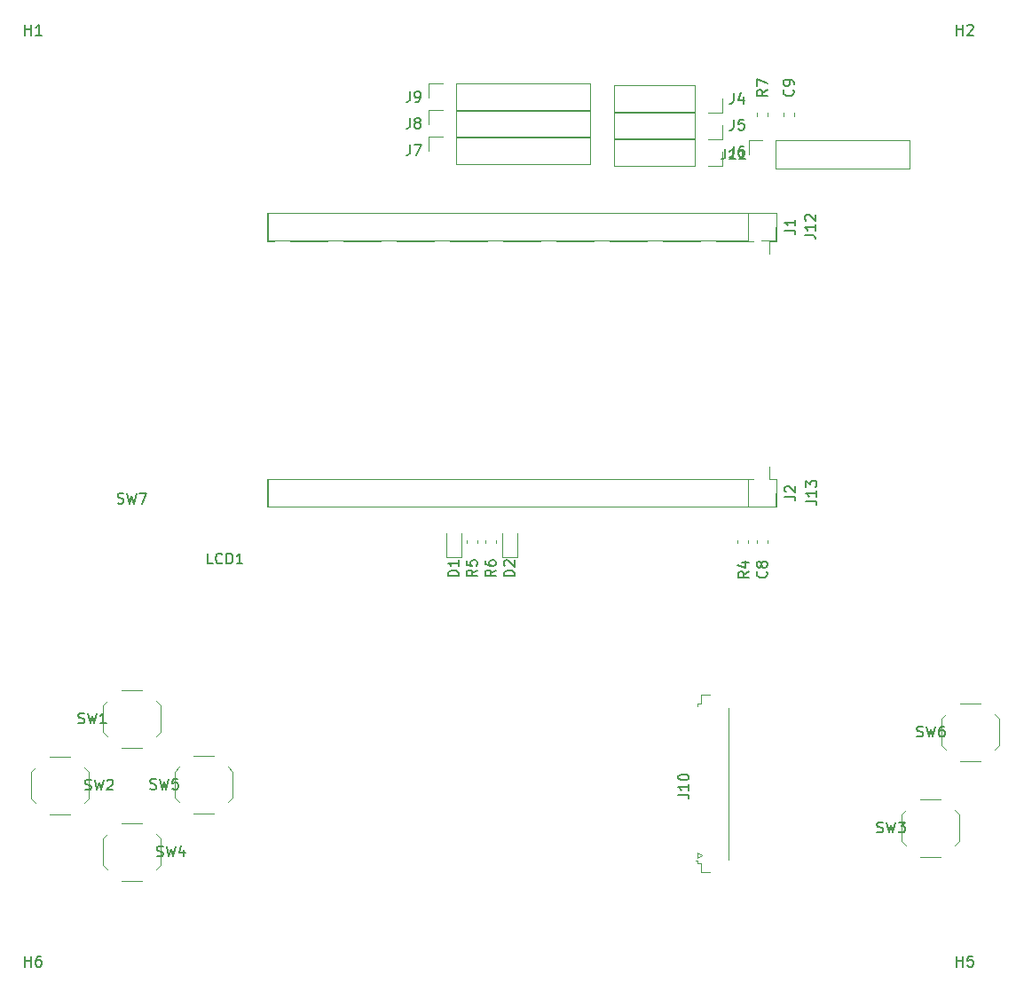
<source format=gbr>
G04 #@! TF.GenerationSoftware,KiCad,Pcbnew,(5.0.1)-3*
G04 #@! TF.CreationDate,2018-10-31T18:48:16+09:00*
G04 #@! TF.ProjectId,badge,62616467652E6B696361645F70636200,rev?*
G04 #@! TF.SameCoordinates,Original*
G04 #@! TF.FileFunction,Legend,Top*
G04 #@! TF.FilePolarity,Positive*
%FSLAX46Y46*%
G04 Gerber Fmt 4.6, Leading zero omitted, Abs format (unit mm)*
G04 Created by KiCad (PCBNEW (5.0.1)-3) date 2018-10-31 오후 6:48:16*
%MOMM*%
%LPD*%
G01*
G04 APERTURE LIST*
%ADD10C,0.120000*%
%ADD11C,0.150000*%
G04 APERTURE END LIST*
D10*
G04 #@! TO.C,J13*
X176939480Y-53380640D02*
X176939480Y-54590640D01*
X129699480Y-54590640D02*
X129029480Y-54590640D01*
X134779480Y-54590640D02*
X131219480Y-54590640D01*
X139859480Y-54590640D02*
X136299480Y-54590640D01*
X144939480Y-54590640D02*
X141379480Y-54590640D01*
X150019480Y-54590640D02*
X146459480Y-54590640D01*
X155099480Y-54590640D02*
X151539480Y-54590640D01*
X160179480Y-54590640D02*
X156619480Y-54590640D01*
X165259480Y-54590640D02*
X161699480Y-54590640D01*
X170339480Y-54590640D02*
X166779480Y-54590640D01*
X175419480Y-54590640D02*
X171859480Y-54590640D01*
X177609480Y-54590640D02*
X176939480Y-54590640D01*
X129029480Y-54590640D02*
X129029480Y-57250640D01*
X132239480Y-57250640D02*
X129029480Y-57250640D01*
X137319480Y-57250640D02*
X133759480Y-57250640D01*
X142399480Y-57250640D02*
X138839480Y-57250640D01*
X147479480Y-57250640D02*
X143919480Y-57250640D01*
X152559480Y-57250640D02*
X148999480Y-57250640D01*
X157639480Y-57250640D02*
X154079480Y-57250640D01*
X162719480Y-57250640D02*
X159159480Y-57250640D01*
X167799480Y-57250640D02*
X164239480Y-57250640D01*
X172879480Y-57250640D02*
X169319480Y-57250640D01*
X177609480Y-57250640D02*
X174399480Y-57250640D01*
X177609480Y-54590640D02*
X177609480Y-57250640D01*
G04 #@! TO.C,J12*
X176939480Y-31877040D02*
X176939480Y-33087040D01*
X132239480Y-29217040D02*
X129029480Y-29217040D01*
X137319480Y-29217040D02*
X133759480Y-29217040D01*
X142399480Y-29217040D02*
X138839480Y-29217040D01*
X147479480Y-29217040D02*
X143919480Y-29217040D01*
X152559480Y-29217040D02*
X148999480Y-29217040D01*
X157639480Y-29217040D02*
X154079480Y-29217040D01*
X162719480Y-29217040D02*
X159159480Y-29217040D01*
X167799480Y-29217040D02*
X164239480Y-29217040D01*
X172879480Y-29217040D02*
X169319480Y-29217040D01*
X177609480Y-29217040D02*
X174399480Y-29217040D01*
X129029480Y-29217040D02*
X129029480Y-31877040D01*
X129699480Y-31877040D02*
X129029480Y-31877040D01*
X134779480Y-31877040D02*
X131219480Y-31877040D01*
X139859480Y-31877040D02*
X136299480Y-31877040D01*
X144939480Y-31877040D02*
X141379480Y-31877040D01*
X150019480Y-31877040D02*
X146459480Y-31877040D01*
X155099480Y-31877040D02*
X151539480Y-31877040D01*
X160179480Y-31877040D02*
X156619480Y-31877040D01*
X165259480Y-31877040D02*
X161699480Y-31877040D01*
X170339480Y-31877040D02*
X166779480Y-31877040D01*
X175419480Y-31877040D02*
X171859480Y-31877040D01*
X177609480Y-31877040D02*
X176939480Y-31877040D01*
X177609480Y-29217040D02*
X177609480Y-31877040D01*
G04 #@! TO.C,C9*
X179326000Y-19623721D02*
X179326000Y-19949279D01*
X178306000Y-19623721D02*
X178306000Y-19949279D01*
G04 #@! TO.C,R7*
X176786000Y-19974779D02*
X176786000Y-19649221D01*
X175766000Y-19974779D02*
X175766000Y-19649221D01*
G04 #@! TO.C,D1*
X147547000Y-62064000D02*
X147547000Y-59779000D01*
X146077000Y-62064000D02*
X147547000Y-62064000D01*
X146077000Y-59779000D02*
X146077000Y-62064000D01*
G04 #@! TO.C,R6*
X149858000Y-60416221D02*
X149858000Y-60741779D01*
X150878000Y-60416221D02*
X150878000Y-60741779D01*
G04 #@! TO.C,D2*
X151411000Y-59779000D02*
X151411000Y-62064000D01*
X151411000Y-62064000D02*
X152881000Y-62064000D01*
X152881000Y-62064000D02*
X152881000Y-59779000D01*
G04 #@! TO.C,R5*
X149100000Y-60416221D02*
X149100000Y-60741779D01*
X148080000Y-60416221D02*
X148080000Y-60741779D01*
G04 #@! TO.C,SW6*
X193338000Y-79990000D02*
X193338000Y-77490000D01*
X195088000Y-81490000D02*
X197088000Y-81490000D01*
X198838000Y-79990000D02*
X198838000Y-77490000D01*
X195088000Y-75990000D02*
X197088000Y-75990000D01*
X193788000Y-80440000D02*
X193338000Y-79990000D01*
X193788000Y-77040000D02*
X193338000Y-77490000D01*
X198388000Y-77040000D02*
X198838000Y-77490000D01*
X198388000Y-80440000D02*
X198838000Y-79990000D01*
G04 #@! TO.C,SW3*
X194578000Y-89584000D02*
X195028000Y-89134000D01*
X194578000Y-86184000D02*
X195028000Y-86634000D01*
X189978000Y-86184000D02*
X189528000Y-86634000D01*
X189978000Y-89584000D02*
X189528000Y-89134000D01*
X191278000Y-85134000D02*
X193278000Y-85134000D01*
X195028000Y-89134000D02*
X195028000Y-86634000D01*
X191278000Y-90634000D02*
X193278000Y-90634000D01*
X189528000Y-89134000D02*
X189528000Y-86634000D01*
G04 #@! TO.C,J11*
X177546000Y-24952000D02*
X177546000Y-22292000D01*
X177546000Y-24952000D02*
X190306000Y-24952000D01*
X190306000Y-24952000D02*
X190306000Y-22292000D01*
X177546000Y-22292000D02*
X190306000Y-22292000D01*
X174946000Y-22292000D02*
X176276000Y-22292000D01*
X174946000Y-23622000D02*
X174946000Y-22292000D01*
G04 #@! TO.C,SW4*
X118828000Y-88920000D02*
X118828000Y-91420000D01*
X117078000Y-87420000D02*
X115078000Y-87420000D01*
X113328000Y-88920000D02*
X113328000Y-91420000D01*
X117078000Y-92920000D02*
X115078000Y-92920000D01*
X118378000Y-88470000D02*
X118828000Y-88920000D01*
X118378000Y-91870000D02*
X118828000Y-91420000D01*
X113778000Y-91870000D02*
X113328000Y-91420000D01*
X113778000Y-88470000D02*
X113328000Y-88920000D01*
G04 #@! TO.C,J1*
X174901893Y-29194875D02*
X174901893Y-31854875D01*
X174901893Y-29194875D02*
X129121893Y-29194875D01*
X129121893Y-29194875D02*
X129121893Y-31854875D01*
X174901893Y-31854875D02*
X129121893Y-31854875D01*
X177501893Y-31854875D02*
X176171893Y-31854875D01*
X177501893Y-30524875D02*
X177501893Y-31854875D01*
G04 #@! TO.C,J4*
X169821893Y-16973040D02*
X169821893Y-19633040D01*
X169821893Y-16973040D02*
X162141893Y-16973040D01*
X162141893Y-16973040D02*
X162141893Y-19633040D01*
X169821893Y-19633040D02*
X162141893Y-19633040D01*
X172421893Y-19633040D02*
X171091893Y-19633040D01*
X172421893Y-18303040D02*
X172421893Y-19633040D01*
G04 #@! TO.C,J6*
X172421893Y-23383040D02*
X172421893Y-24713040D01*
X172421893Y-24713040D02*
X171091893Y-24713040D01*
X169821893Y-24713040D02*
X162141893Y-24713040D01*
X162141893Y-22053040D02*
X162141893Y-24713040D01*
X169821893Y-22053040D02*
X162141893Y-22053040D01*
X169821893Y-22053040D02*
X169821893Y-24713040D01*
G04 #@! TO.C,J8*
X144420516Y-20704346D02*
X144420516Y-19374346D01*
X144420516Y-19374346D02*
X145750516Y-19374346D01*
X147020516Y-19374346D02*
X159780516Y-19374346D01*
X159780516Y-22034346D02*
X159780516Y-19374346D01*
X147020516Y-22034346D02*
X159780516Y-22034346D01*
X147020516Y-22034346D02*
X147020516Y-19374346D01*
G04 #@! TO.C,J9*
X147020516Y-19494346D02*
X147020516Y-16834346D01*
X147020516Y-19494346D02*
X159780516Y-19494346D01*
X159780516Y-19494346D02*
X159780516Y-16834346D01*
X147020516Y-16834346D02*
X159780516Y-16834346D01*
X144420516Y-16834346D02*
X145750516Y-16834346D01*
X144420516Y-18164346D02*
X144420516Y-16834346D01*
G04 #@! TO.C,J7*
X147020516Y-24574346D02*
X147020516Y-21914346D01*
X147020516Y-24574346D02*
X159780516Y-24574346D01*
X159780516Y-24574346D02*
X159780516Y-21914346D01*
X147020516Y-21914346D02*
X159780516Y-21914346D01*
X144420516Y-21914346D02*
X145750516Y-21914346D01*
X144420516Y-23244346D02*
X144420516Y-21914346D01*
G04 #@! TO.C,J5*
X172421893Y-20843040D02*
X172421893Y-22173040D01*
X172421893Y-22173040D02*
X171091893Y-22173040D01*
X169821893Y-22173040D02*
X162141893Y-22173040D01*
X162141893Y-19513040D02*
X162141893Y-22173040D01*
X169821893Y-19513040D02*
X162141893Y-19513040D01*
X169821893Y-19513040D02*
X169821893Y-22173040D01*
G04 #@! TO.C,J2*
X177501893Y-55924875D02*
X177501893Y-57254875D01*
X177501893Y-57254875D02*
X176171893Y-57254875D01*
X174901893Y-57254875D02*
X129121893Y-57254875D01*
X129121893Y-54594875D02*
X129121893Y-57254875D01*
X174901893Y-54594875D02*
X129121893Y-54594875D01*
X174901893Y-54594875D02*
X174901893Y-57254875D01*
G04 #@! TO.C,J10*
X171274000Y-92110000D02*
X170374000Y-92110000D01*
X170450000Y-90500000D02*
X170096447Y-90250000D01*
X170374000Y-76064000D02*
X170074000Y-76064000D01*
X171274000Y-75214000D02*
X170374000Y-75214000D01*
X170074000Y-91260000D02*
X170074000Y-91010000D01*
X170096447Y-90750000D02*
X170450000Y-90500000D01*
X170074000Y-91010000D02*
X169934000Y-91010000D01*
X170374000Y-92110000D02*
X170374000Y-91260000D01*
X170374000Y-75214000D02*
X170374000Y-76064000D01*
X170096447Y-90250000D02*
X170096447Y-90750000D01*
X170074000Y-76064000D02*
X170074000Y-76314000D01*
X170374000Y-91260000D02*
X170074000Y-91260000D01*
X172994000Y-90940000D02*
X172994000Y-76460000D01*
G04 #@! TO.C,C8*
X175766000Y-60741779D02*
X175766000Y-60416221D01*
X176786000Y-60741779D02*
X176786000Y-60416221D01*
G04 #@! TO.C,R4*
X173861000Y-60741779D02*
X173861000Y-60416221D01*
X174881000Y-60741779D02*
X174881000Y-60416221D01*
G04 #@! TO.C,SW5*
X125236000Y-85456500D02*
X125686000Y-85006500D01*
X125236000Y-82056500D02*
X125686000Y-82506500D01*
X120636000Y-82056500D02*
X120186000Y-82506500D01*
X120636000Y-85456500D02*
X120186000Y-85006500D01*
X121936000Y-81006500D02*
X123936000Y-81006500D01*
X125686000Y-85006500D02*
X125686000Y-82506500D01*
X121936000Y-86506500D02*
X123936000Y-86506500D01*
X120186000Y-85006500D02*
X120186000Y-82506500D01*
G04 #@! TO.C,SW2*
X111970000Y-82570000D02*
X111970000Y-85070000D01*
X110220000Y-81070000D02*
X108220000Y-81070000D01*
X106470000Y-82570000D02*
X106470000Y-85070000D01*
X110220000Y-86570000D02*
X108220000Y-86570000D01*
X111520000Y-82120000D02*
X111970000Y-82570000D01*
X111520000Y-85520000D02*
X111970000Y-85070000D01*
X106920000Y-85520000D02*
X106470000Y-85070000D01*
X106920000Y-82120000D02*
X106470000Y-82570000D01*
G04 #@! TO.C,SW1*
X118378000Y-79170000D02*
X118828000Y-78720000D01*
X118378000Y-75770000D02*
X118828000Y-76220000D01*
X113778000Y-75770000D02*
X113328000Y-76220000D01*
X113778000Y-79170000D02*
X113328000Y-78720000D01*
X115078000Y-74720000D02*
X117078000Y-74720000D01*
X118828000Y-78720000D02*
X118828000Y-76220000D01*
X115078000Y-80220000D02*
X117078000Y-80220000D01*
X113328000Y-78720000D02*
X113328000Y-76220000D01*
G04 #@! TO.C,J13*
D11*
X180435000Y-56704763D02*
X181149286Y-56704763D01*
X181292143Y-56752382D01*
X181387381Y-56847620D01*
X181435000Y-56990478D01*
X181435000Y-57085716D01*
X181435000Y-55704763D02*
X181435000Y-56276192D01*
X181435000Y-55990478D02*
X180435000Y-55990478D01*
X180577858Y-56085716D01*
X180673096Y-56180954D01*
X180720715Y-56276192D01*
X180435000Y-55371430D02*
X180435000Y-54752382D01*
X180815953Y-55085716D01*
X180815953Y-54942859D01*
X180863572Y-54847620D01*
X180911191Y-54800001D01*
X181006429Y-54752382D01*
X181244524Y-54752382D01*
X181339762Y-54800001D01*
X181387381Y-54847620D01*
X181435000Y-54942859D01*
X181435000Y-55228573D01*
X181387381Y-55323811D01*
X181339762Y-55371430D01*
G04 #@! TO.C,J12*
X180310540Y-31309843D02*
X181024826Y-31309843D01*
X181167683Y-31357462D01*
X181262921Y-31452700D01*
X181310540Y-31595558D01*
X181310540Y-31690796D01*
X181310540Y-30309843D02*
X181310540Y-30881272D01*
X181310540Y-30595558D02*
X180310540Y-30595558D01*
X180453398Y-30690796D01*
X180548636Y-30786034D01*
X180596255Y-30881272D01*
X180405779Y-29928891D02*
X180358160Y-29881272D01*
X180310540Y-29786034D01*
X180310540Y-29547939D01*
X180358160Y-29452700D01*
X180405779Y-29405081D01*
X180501017Y-29357462D01*
X180596255Y-29357462D01*
X180739112Y-29405081D01*
X181310540Y-29976510D01*
X181310540Y-29357462D01*
G04 #@! TO.C,SW7*
X114752666Y-56888761D02*
X114895523Y-56936380D01*
X115133619Y-56936380D01*
X115228857Y-56888761D01*
X115276476Y-56841142D01*
X115324095Y-56745904D01*
X115324095Y-56650666D01*
X115276476Y-56555428D01*
X115228857Y-56507809D01*
X115133619Y-56460190D01*
X114943142Y-56412571D01*
X114847904Y-56364952D01*
X114800285Y-56317333D01*
X114752666Y-56222095D01*
X114752666Y-56126857D01*
X114800285Y-56031619D01*
X114847904Y-55984000D01*
X114943142Y-55936380D01*
X115181238Y-55936380D01*
X115324095Y-55984000D01*
X115657428Y-55936380D02*
X115895523Y-56936380D01*
X116086000Y-56222095D01*
X116276476Y-56936380D01*
X116514571Y-55936380D01*
X116800285Y-55936380D02*
X117466952Y-55936380D01*
X117038380Y-56936380D01*
G04 #@! TO.C,C9*
X179173142Y-17438666D02*
X179220761Y-17486285D01*
X179268380Y-17629142D01*
X179268380Y-17724380D01*
X179220761Y-17867238D01*
X179125523Y-17962476D01*
X179030285Y-18010095D01*
X178839809Y-18057714D01*
X178696952Y-18057714D01*
X178506476Y-18010095D01*
X178411238Y-17962476D01*
X178316000Y-17867238D01*
X178268380Y-17724380D01*
X178268380Y-17629142D01*
X178316000Y-17486285D01*
X178363619Y-17438666D01*
X179268380Y-16962476D02*
X179268380Y-16772000D01*
X179220761Y-16676761D01*
X179173142Y-16629142D01*
X179030285Y-16533904D01*
X178839809Y-16486285D01*
X178458857Y-16486285D01*
X178363619Y-16533904D01*
X178316000Y-16581523D01*
X178268380Y-16676761D01*
X178268380Y-16867238D01*
X178316000Y-16962476D01*
X178363619Y-17010095D01*
X178458857Y-17057714D01*
X178696952Y-17057714D01*
X178792190Y-17010095D01*
X178839809Y-16962476D01*
X178887428Y-16867238D01*
X178887428Y-16676761D01*
X178839809Y-16581523D01*
X178792190Y-16533904D01*
X178696952Y-16486285D01*
G04 #@! TO.C,R7*
X176728380Y-17438666D02*
X176252190Y-17772000D01*
X176728380Y-18010095D02*
X175728380Y-18010095D01*
X175728380Y-17629142D01*
X175776000Y-17533904D01*
X175823619Y-17486285D01*
X175918857Y-17438666D01*
X176061714Y-17438666D01*
X176156952Y-17486285D01*
X176204571Y-17533904D01*
X176252190Y-17629142D01*
X176252190Y-18010095D01*
X175728380Y-17105333D02*
X175728380Y-16438666D01*
X176728380Y-16867238D01*
G04 #@! TO.C,D1*
X147264380Y-63857095D02*
X146264380Y-63857095D01*
X146264380Y-63619000D01*
X146312000Y-63476142D01*
X146407238Y-63380904D01*
X146502476Y-63333285D01*
X146692952Y-63285666D01*
X146835809Y-63285666D01*
X147026285Y-63333285D01*
X147121523Y-63380904D01*
X147216761Y-63476142D01*
X147264380Y-63619000D01*
X147264380Y-63857095D01*
X147264380Y-62333285D02*
X147264380Y-62904714D01*
X147264380Y-62619000D02*
X146264380Y-62619000D01*
X146407238Y-62714238D01*
X146502476Y-62809476D01*
X146550095Y-62904714D01*
G04 #@! TO.C,R6*
X150820380Y-63285666D02*
X150344190Y-63619000D01*
X150820380Y-63857095D02*
X149820380Y-63857095D01*
X149820380Y-63476142D01*
X149868000Y-63380904D01*
X149915619Y-63333285D01*
X150010857Y-63285666D01*
X150153714Y-63285666D01*
X150248952Y-63333285D01*
X150296571Y-63380904D01*
X150344190Y-63476142D01*
X150344190Y-63857095D01*
X149820380Y-62428523D02*
X149820380Y-62619000D01*
X149868000Y-62714238D01*
X149915619Y-62761857D01*
X150058476Y-62857095D01*
X150248952Y-62904714D01*
X150629904Y-62904714D01*
X150725142Y-62857095D01*
X150772761Y-62809476D01*
X150820380Y-62714238D01*
X150820380Y-62523761D01*
X150772761Y-62428523D01*
X150725142Y-62380904D01*
X150629904Y-62333285D01*
X150391809Y-62333285D01*
X150296571Y-62380904D01*
X150248952Y-62428523D01*
X150201333Y-62523761D01*
X150201333Y-62714238D01*
X150248952Y-62809476D01*
X150296571Y-62857095D01*
X150391809Y-62904714D01*
G04 #@! TO.C,D2*
X152598380Y-63857095D02*
X151598380Y-63857095D01*
X151598380Y-63619000D01*
X151646000Y-63476142D01*
X151741238Y-63380904D01*
X151836476Y-63333285D01*
X152026952Y-63285666D01*
X152169809Y-63285666D01*
X152360285Y-63333285D01*
X152455523Y-63380904D01*
X152550761Y-63476142D01*
X152598380Y-63619000D01*
X152598380Y-63857095D01*
X151693619Y-62904714D02*
X151646000Y-62857095D01*
X151598380Y-62761857D01*
X151598380Y-62523761D01*
X151646000Y-62428523D01*
X151693619Y-62380904D01*
X151788857Y-62333285D01*
X151884095Y-62333285D01*
X152026952Y-62380904D01*
X152598380Y-62952333D01*
X152598380Y-62333285D01*
G04 #@! TO.C,R5*
X149042380Y-63285666D02*
X148566190Y-63619000D01*
X149042380Y-63857095D02*
X148042380Y-63857095D01*
X148042380Y-63476142D01*
X148090000Y-63380904D01*
X148137619Y-63333285D01*
X148232857Y-63285666D01*
X148375714Y-63285666D01*
X148470952Y-63333285D01*
X148518571Y-63380904D01*
X148566190Y-63476142D01*
X148566190Y-63857095D01*
X148042380Y-62380904D02*
X148042380Y-62857095D01*
X148518571Y-62904714D01*
X148470952Y-62857095D01*
X148423333Y-62761857D01*
X148423333Y-62523761D01*
X148470952Y-62428523D01*
X148518571Y-62380904D01*
X148613809Y-62333285D01*
X148851904Y-62333285D01*
X148947142Y-62380904D01*
X148994761Y-62428523D01*
X149042380Y-62523761D01*
X149042380Y-62761857D01*
X148994761Y-62857095D01*
X148947142Y-62904714D01*
G04 #@! TO.C,SW6*
X191004666Y-79144761D02*
X191147523Y-79192380D01*
X191385619Y-79192380D01*
X191480857Y-79144761D01*
X191528476Y-79097142D01*
X191576095Y-79001904D01*
X191576095Y-78906666D01*
X191528476Y-78811428D01*
X191480857Y-78763809D01*
X191385619Y-78716190D01*
X191195142Y-78668571D01*
X191099904Y-78620952D01*
X191052285Y-78573333D01*
X191004666Y-78478095D01*
X191004666Y-78382857D01*
X191052285Y-78287619D01*
X191099904Y-78240000D01*
X191195142Y-78192380D01*
X191433238Y-78192380D01*
X191576095Y-78240000D01*
X191909428Y-78192380D02*
X192147523Y-79192380D01*
X192338000Y-78478095D01*
X192528476Y-79192380D01*
X192766571Y-78192380D01*
X193576095Y-78192380D02*
X193385619Y-78192380D01*
X193290380Y-78240000D01*
X193242761Y-78287619D01*
X193147523Y-78430476D01*
X193099904Y-78620952D01*
X193099904Y-79001904D01*
X193147523Y-79097142D01*
X193195142Y-79144761D01*
X193290380Y-79192380D01*
X193480857Y-79192380D01*
X193576095Y-79144761D01*
X193623714Y-79097142D01*
X193671333Y-79001904D01*
X193671333Y-78763809D01*
X193623714Y-78668571D01*
X193576095Y-78620952D01*
X193480857Y-78573333D01*
X193290380Y-78573333D01*
X193195142Y-78620952D01*
X193147523Y-78668571D01*
X193099904Y-78763809D01*
G04 #@! TO.C,SW3*
X187194666Y-88288761D02*
X187337523Y-88336380D01*
X187575619Y-88336380D01*
X187670857Y-88288761D01*
X187718476Y-88241142D01*
X187766095Y-88145904D01*
X187766095Y-88050666D01*
X187718476Y-87955428D01*
X187670857Y-87907809D01*
X187575619Y-87860190D01*
X187385142Y-87812571D01*
X187289904Y-87764952D01*
X187242285Y-87717333D01*
X187194666Y-87622095D01*
X187194666Y-87526857D01*
X187242285Y-87431619D01*
X187289904Y-87384000D01*
X187385142Y-87336380D01*
X187623238Y-87336380D01*
X187766095Y-87384000D01*
X188099428Y-87336380D02*
X188337523Y-88336380D01*
X188528000Y-87622095D01*
X188718476Y-88336380D01*
X188956571Y-87336380D01*
X189242285Y-87336380D02*
X189861333Y-87336380D01*
X189528000Y-87717333D01*
X189670857Y-87717333D01*
X189766095Y-87764952D01*
X189813714Y-87812571D01*
X189861333Y-87907809D01*
X189861333Y-88145904D01*
X189813714Y-88241142D01*
X189766095Y-88288761D01*
X189670857Y-88336380D01*
X189385142Y-88336380D01*
X189289904Y-88288761D01*
X189242285Y-88241142D01*
G04 #@! TO.C,J11*
X172696476Y-23074380D02*
X172696476Y-23788666D01*
X172648857Y-23931523D01*
X172553619Y-24026761D01*
X172410761Y-24074380D01*
X172315523Y-24074380D01*
X173696476Y-24074380D02*
X173125047Y-24074380D01*
X173410761Y-24074380D02*
X173410761Y-23074380D01*
X173315523Y-23217238D01*
X173220285Y-23312476D01*
X173125047Y-23360095D01*
X174648857Y-24074380D02*
X174077428Y-24074380D01*
X174363142Y-24074380D02*
X174363142Y-23074380D01*
X174267904Y-23217238D01*
X174172666Y-23312476D01*
X174077428Y-23360095D01*
G04 #@! TO.C,H6*
X105918095Y-101132380D02*
X105918095Y-100132380D01*
X105918095Y-100608571D02*
X106489523Y-100608571D01*
X106489523Y-101132380D02*
X106489523Y-100132380D01*
X107394285Y-100132380D02*
X107203809Y-100132380D01*
X107108571Y-100180000D01*
X107060952Y-100227619D01*
X106965714Y-100370476D01*
X106918095Y-100560952D01*
X106918095Y-100941904D01*
X106965714Y-101037142D01*
X107013333Y-101084761D01*
X107108571Y-101132380D01*
X107299047Y-101132380D01*
X107394285Y-101084761D01*
X107441904Y-101037142D01*
X107489523Y-100941904D01*
X107489523Y-100703809D01*
X107441904Y-100608571D01*
X107394285Y-100560952D01*
X107299047Y-100513333D01*
X107108571Y-100513333D01*
X107013333Y-100560952D01*
X106965714Y-100608571D01*
X106918095Y-100703809D01*
G04 #@! TO.C,H5*
X194818095Y-101132380D02*
X194818095Y-100132380D01*
X194818095Y-100608571D02*
X195389523Y-100608571D01*
X195389523Y-101132380D02*
X195389523Y-100132380D01*
X196341904Y-100132380D02*
X195865714Y-100132380D01*
X195818095Y-100608571D01*
X195865714Y-100560952D01*
X195960952Y-100513333D01*
X196199047Y-100513333D01*
X196294285Y-100560952D01*
X196341904Y-100608571D01*
X196389523Y-100703809D01*
X196389523Y-100941904D01*
X196341904Y-101037142D01*
X196294285Y-101084761D01*
X196199047Y-101132380D01*
X195960952Y-101132380D01*
X195865714Y-101084761D01*
X195818095Y-101037142D01*
G04 #@! TO.C,H2*
X194818095Y-12232380D02*
X194818095Y-11232380D01*
X194818095Y-11708571D02*
X195389523Y-11708571D01*
X195389523Y-12232380D02*
X195389523Y-11232380D01*
X195818095Y-11327619D02*
X195865714Y-11280000D01*
X195960952Y-11232380D01*
X196199047Y-11232380D01*
X196294285Y-11280000D01*
X196341904Y-11327619D01*
X196389523Y-11422857D01*
X196389523Y-11518095D01*
X196341904Y-11660952D01*
X195770476Y-12232380D01*
X196389523Y-12232380D01*
G04 #@! TO.C,H1*
X105918095Y-12232380D02*
X105918095Y-11232380D01*
X105918095Y-11708571D02*
X106489523Y-11708571D01*
X106489523Y-12232380D02*
X106489523Y-11232380D01*
X107489523Y-12232380D02*
X106918095Y-12232380D01*
X107203809Y-12232380D02*
X107203809Y-11232380D01*
X107108571Y-11375238D01*
X107013333Y-11470476D01*
X106918095Y-11518095D01*
G04 #@! TO.C,LCD1*
X123801333Y-62682380D02*
X123325142Y-62682380D01*
X123325142Y-61682380D01*
X124706095Y-62587142D02*
X124658476Y-62634761D01*
X124515619Y-62682380D01*
X124420380Y-62682380D01*
X124277523Y-62634761D01*
X124182285Y-62539523D01*
X124134666Y-62444285D01*
X124087047Y-62253809D01*
X124087047Y-62110952D01*
X124134666Y-61920476D01*
X124182285Y-61825238D01*
X124277523Y-61730000D01*
X124420380Y-61682380D01*
X124515619Y-61682380D01*
X124658476Y-61730000D01*
X124706095Y-61777619D01*
X125134666Y-62682380D02*
X125134666Y-61682380D01*
X125372761Y-61682380D01*
X125515619Y-61730000D01*
X125610857Y-61825238D01*
X125658476Y-61920476D01*
X125706095Y-62110952D01*
X125706095Y-62253809D01*
X125658476Y-62444285D01*
X125610857Y-62539523D01*
X125515619Y-62634761D01*
X125372761Y-62682380D01*
X125134666Y-62682380D01*
X126658476Y-62682380D02*
X126087047Y-62682380D01*
X126372761Y-62682380D02*
X126372761Y-61682380D01*
X126277523Y-61825238D01*
X126182285Y-61920476D01*
X126087047Y-61968095D01*
G04 #@! TO.C,SW4*
X118494666Y-90574761D02*
X118637523Y-90622380D01*
X118875619Y-90622380D01*
X118970857Y-90574761D01*
X119018476Y-90527142D01*
X119066095Y-90431904D01*
X119066095Y-90336666D01*
X119018476Y-90241428D01*
X118970857Y-90193809D01*
X118875619Y-90146190D01*
X118685142Y-90098571D01*
X118589904Y-90050952D01*
X118542285Y-90003333D01*
X118494666Y-89908095D01*
X118494666Y-89812857D01*
X118542285Y-89717619D01*
X118589904Y-89670000D01*
X118685142Y-89622380D01*
X118923238Y-89622380D01*
X119066095Y-89670000D01*
X119399428Y-89622380D02*
X119637523Y-90622380D01*
X119828000Y-89908095D01*
X120018476Y-90622380D01*
X120256571Y-89622380D01*
X121066095Y-89955714D02*
X121066095Y-90622380D01*
X120828000Y-89574761D02*
X120589904Y-90289047D01*
X121208952Y-90289047D01*
G04 #@! TO.C,J1*
X178394273Y-30858208D02*
X179108559Y-30858208D01*
X179251416Y-30905827D01*
X179346654Y-31001065D01*
X179394273Y-31143922D01*
X179394273Y-31239160D01*
X179394273Y-29858208D02*
X179394273Y-30429636D01*
X179394273Y-30143922D02*
X178394273Y-30143922D01*
X178537131Y-30239160D01*
X178632369Y-30334398D01*
X178679988Y-30429636D01*
G04 #@! TO.C,J4*
X173528559Y-17755420D02*
X173528559Y-18469706D01*
X173480940Y-18612563D01*
X173385702Y-18707801D01*
X173242845Y-18755420D01*
X173147607Y-18755420D01*
X174433321Y-18088754D02*
X174433321Y-18755420D01*
X174195226Y-17707801D02*
X173957131Y-18422087D01*
X174576178Y-18422087D01*
G04 #@! TO.C,J6*
X173528559Y-22835420D02*
X173528559Y-23549706D01*
X173480940Y-23692563D01*
X173385702Y-23787801D01*
X173242845Y-23835420D01*
X173147607Y-23835420D01*
X174433321Y-22835420D02*
X174242845Y-22835420D01*
X174147607Y-22883040D01*
X174099988Y-22930659D01*
X174004750Y-23073516D01*
X173957131Y-23263992D01*
X173957131Y-23644944D01*
X174004750Y-23740182D01*
X174052369Y-23787801D01*
X174147607Y-23835420D01*
X174338083Y-23835420D01*
X174433321Y-23787801D01*
X174480940Y-23740182D01*
X174528559Y-23644944D01*
X174528559Y-23406849D01*
X174480940Y-23311611D01*
X174433321Y-23263992D01*
X174338083Y-23216373D01*
X174147607Y-23216373D01*
X174052369Y-23263992D01*
X174004750Y-23311611D01*
X173957131Y-23406849D01*
G04 #@! TO.C,J8*
X142647182Y-20156726D02*
X142647182Y-20871012D01*
X142599563Y-21013869D01*
X142504325Y-21109107D01*
X142361468Y-21156726D01*
X142266230Y-21156726D01*
X143266230Y-20585298D02*
X143170992Y-20537679D01*
X143123373Y-20490060D01*
X143075754Y-20394822D01*
X143075754Y-20347203D01*
X143123373Y-20251965D01*
X143170992Y-20204346D01*
X143266230Y-20156726D01*
X143456706Y-20156726D01*
X143551944Y-20204346D01*
X143599563Y-20251965D01*
X143647182Y-20347203D01*
X143647182Y-20394822D01*
X143599563Y-20490060D01*
X143551944Y-20537679D01*
X143456706Y-20585298D01*
X143266230Y-20585298D01*
X143170992Y-20632917D01*
X143123373Y-20680536D01*
X143075754Y-20775774D01*
X143075754Y-20966250D01*
X143123373Y-21061488D01*
X143170992Y-21109107D01*
X143266230Y-21156726D01*
X143456706Y-21156726D01*
X143551944Y-21109107D01*
X143599563Y-21061488D01*
X143647182Y-20966250D01*
X143647182Y-20775774D01*
X143599563Y-20680536D01*
X143551944Y-20632917D01*
X143456706Y-20585298D01*
G04 #@! TO.C,J9*
X142647182Y-17616726D02*
X142647182Y-18331012D01*
X142599563Y-18473869D01*
X142504325Y-18569107D01*
X142361468Y-18616726D01*
X142266230Y-18616726D01*
X143170992Y-18616726D02*
X143361468Y-18616726D01*
X143456706Y-18569107D01*
X143504325Y-18521488D01*
X143599563Y-18378631D01*
X143647182Y-18188155D01*
X143647182Y-17807203D01*
X143599563Y-17711965D01*
X143551944Y-17664346D01*
X143456706Y-17616726D01*
X143266230Y-17616726D01*
X143170992Y-17664346D01*
X143123373Y-17711965D01*
X143075754Y-17807203D01*
X143075754Y-18045298D01*
X143123373Y-18140536D01*
X143170992Y-18188155D01*
X143266230Y-18235774D01*
X143456706Y-18235774D01*
X143551944Y-18188155D01*
X143599563Y-18140536D01*
X143647182Y-18045298D01*
G04 #@! TO.C,J7*
X142647182Y-22696726D02*
X142647182Y-23411012D01*
X142599563Y-23553869D01*
X142504325Y-23649107D01*
X142361468Y-23696726D01*
X142266230Y-23696726D01*
X143028135Y-22696726D02*
X143694801Y-22696726D01*
X143266230Y-23696726D01*
G04 #@! TO.C,J5*
X173528559Y-20295420D02*
X173528559Y-21009706D01*
X173480940Y-21152563D01*
X173385702Y-21247801D01*
X173242845Y-21295420D01*
X173147607Y-21295420D01*
X174480940Y-20295420D02*
X174004750Y-20295420D01*
X173957131Y-20771611D01*
X174004750Y-20723992D01*
X174099988Y-20676373D01*
X174338083Y-20676373D01*
X174433321Y-20723992D01*
X174480940Y-20771611D01*
X174528559Y-20866849D01*
X174528559Y-21104944D01*
X174480940Y-21200182D01*
X174433321Y-21247801D01*
X174338083Y-21295420D01*
X174099988Y-21295420D01*
X174004750Y-21247801D01*
X173957131Y-21200182D01*
G04 #@! TO.C,J2*
X178394273Y-56258208D02*
X179108559Y-56258208D01*
X179251416Y-56305827D01*
X179346654Y-56401065D01*
X179394273Y-56543922D01*
X179394273Y-56639160D01*
X178489512Y-55829636D02*
X178441893Y-55782017D01*
X178394273Y-55686779D01*
X178394273Y-55448684D01*
X178441893Y-55353446D01*
X178489512Y-55305827D01*
X178584750Y-55258208D01*
X178679988Y-55258208D01*
X178822845Y-55305827D01*
X179394273Y-55877255D01*
X179394273Y-55258208D01*
G04 #@! TO.C,J10*
X168242380Y-84725523D02*
X168956666Y-84725523D01*
X169099523Y-84773142D01*
X169194761Y-84868380D01*
X169242380Y-85011238D01*
X169242380Y-85106476D01*
X169242380Y-83725523D02*
X169242380Y-84296952D01*
X169242380Y-84011238D02*
X168242380Y-84011238D01*
X168385238Y-84106476D01*
X168480476Y-84201714D01*
X168528095Y-84296952D01*
X168242380Y-83106476D02*
X168242380Y-83011238D01*
X168290000Y-82916000D01*
X168337619Y-82868380D01*
X168432857Y-82820761D01*
X168623333Y-82773142D01*
X168861428Y-82773142D01*
X169051904Y-82820761D01*
X169147142Y-82868380D01*
X169194761Y-82916000D01*
X169242380Y-83011238D01*
X169242380Y-83106476D01*
X169194761Y-83201714D01*
X169147142Y-83249333D01*
X169051904Y-83296952D01*
X168861428Y-83344571D01*
X168623333Y-83344571D01*
X168432857Y-83296952D01*
X168337619Y-83249333D01*
X168290000Y-83201714D01*
X168242380Y-83106476D01*
G04 #@! TO.C,C8*
X176633142Y-63412666D02*
X176680761Y-63460285D01*
X176728380Y-63603142D01*
X176728380Y-63698380D01*
X176680761Y-63841238D01*
X176585523Y-63936476D01*
X176490285Y-63984095D01*
X176299809Y-64031714D01*
X176156952Y-64031714D01*
X175966476Y-63984095D01*
X175871238Y-63936476D01*
X175776000Y-63841238D01*
X175728380Y-63698380D01*
X175728380Y-63603142D01*
X175776000Y-63460285D01*
X175823619Y-63412666D01*
X176156952Y-62841238D02*
X176109333Y-62936476D01*
X176061714Y-62984095D01*
X175966476Y-63031714D01*
X175918857Y-63031714D01*
X175823619Y-62984095D01*
X175776000Y-62936476D01*
X175728380Y-62841238D01*
X175728380Y-62650761D01*
X175776000Y-62555523D01*
X175823619Y-62507904D01*
X175918857Y-62460285D01*
X175966476Y-62460285D01*
X176061714Y-62507904D01*
X176109333Y-62555523D01*
X176156952Y-62650761D01*
X176156952Y-62841238D01*
X176204571Y-62936476D01*
X176252190Y-62984095D01*
X176347428Y-63031714D01*
X176537904Y-63031714D01*
X176633142Y-62984095D01*
X176680761Y-62936476D01*
X176728380Y-62841238D01*
X176728380Y-62650761D01*
X176680761Y-62555523D01*
X176633142Y-62507904D01*
X176537904Y-62460285D01*
X176347428Y-62460285D01*
X176252190Y-62507904D01*
X176204571Y-62555523D01*
X176156952Y-62650761D01*
G04 #@! TO.C,R4*
X174950380Y-63412666D02*
X174474190Y-63746000D01*
X174950380Y-63984095D02*
X173950380Y-63984095D01*
X173950380Y-63603142D01*
X173998000Y-63507904D01*
X174045619Y-63460285D01*
X174140857Y-63412666D01*
X174283714Y-63412666D01*
X174378952Y-63460285D01*
X174426571Y-63507904D01*
X174474190Y-63603142D01*
X174474190Y-63984095D01*
X174283714Y-62555523D02*
X174950380Y-62555523D01*
X173902761Y-62793619D02*
X174617047Y-63031714D01*
X174617047Y-62412666D01*
G04 #@! TO.C,SW5*
X117852666Y-84161261D02*
X117995523Y-84208880D01*
X118233619Y-84208880D01*
X118328857Y-84161261D01*
X118376476Y-84113642D01*
X118424095Y-84018404D01*
X118424095Y-83923166D01*
X118376476Y-83827928D01*
X118328857Y-83780309D01*
X118233619Y-83732690D01*
X118043142Y-83685071D01*
X117947904Y-83637452D01*
X117900285Y-83589833D01*
X117852666Y-83494595D01*
X117852666Y-83399357D01*
X117900285Y-83304119D01*
X117947904Y-83256500D01*
X118043142Y-83208880D01*
X118281238Y-83208880D01*
X118424095Y-83256500D01*
X118757428Y-83208880D02*
X118995523Y-84208880D01*
X119186000Y-83494595D01*
X119376476Y-84208880D01*
X119614571Y-83208880D01*
X120471714Y-83208880D02*
X119995523Y-83208880D01*
X119947904Y-83685071D01*
X119995523Y-83637452D01*
X120090761Y-83589833D01*
X120328857Y-83589833D01*
X120424095Y-83637452D01*
X120471714Y-83685071D01*
X120519333Y-83780309D01*
X120519333Y-84018404D01*
X120471714Y-84113642D01*
X120424095Y-84161261D01*
X120328857Y-84208880D01*
X120090761Y-84208880D01*
X119995523Y-84161261D01*
X119947904Y-84113642D01*
G04 #@! TO.C,SW2*
X111636666Y-84224761D02*
X111779523Y-84272380D01*
X112017619Y-84272380D01*
X112112857Y-84224761D01*
X112160476Y-84177142D01*
X112208095Y-84081904D01*
X112208095Y-83986666D01*
X112160476Y-83891428D01*
X112112857Y-83843809D01*
X112017619Y-83796190D01*
X111827142Y-83748571D01*
X111731904Y-83700952D01*
X111684285Y-83653333D01*
X111636666Y-83558095D01*
X111636666Y-83462857D01*
X111684285Y-83367619D01*
X111731904Y-83320000D01*
X111827142Y-83272380D01*
X112065238Y-83272380D01*
X112208095Y-83320000D01*
X112541428Y-83272380D02*
X112779523Y-84272380D01*
X112970000Y-83558095D01*
X113160476Y-84272380D01*
X113398571Y-83272380D01*
X113731904Y-83367619D02*
X113779523Y-83320000D01*
X113874761Y-83272380D01*
X114112857Y-83272380D01*
X114208095Y-83320000D01*
X114255714Y-83367619D01*
X114303333Y-83462857D01*
X114303333Y-83558095D01*
X114255714Y-83700952D01*
X113684285Y-84272380D01*
X114303333Y-84272380D01*
G04 #@! TO.C,SW1*
X110994666Y-77874761D02*
X111137523Y-77922380D01*
X111375619Y-77922380D01*
X111470857Y-77874761D01*
X111518476Y-77827142D01*
X111566095Y-77731904D01*
X111566095Y-77636666D01*
X111518476Y-77541428D01*
X111470857Y-77493809D01*
X111375619Y-77446190D01*
X111185142Y-77398571D01*
X111089904Y-77350952D01*
X111042285Y-77303333D01*
X110994666Y-77208095D01*
X110994666Y-77112857D01*
X111042285Y-77017619D01*
X111089904Y-76970000D01*
X111185142Y-76922380D01*
X111423238Y-76922380D01*
X111566095Y-76970000D01*
X111899428Y-76922380D02*
X112137523Y-77922380D01*
X112328000Y-77208095D01*
X112518476Y-77922380D01*
X112756571Y-76922380D01*
X113661333Y-77922380D02*
X113089904Y-77922380D01*
X113375619Y-77922380D02*
X113375619Y-76922380D01*
X113280380Y-77065238D01*
X113185142Y-77160476D01*
X113089904Y-77208095D01*
G04 #@! TD*
M02*

</source>
